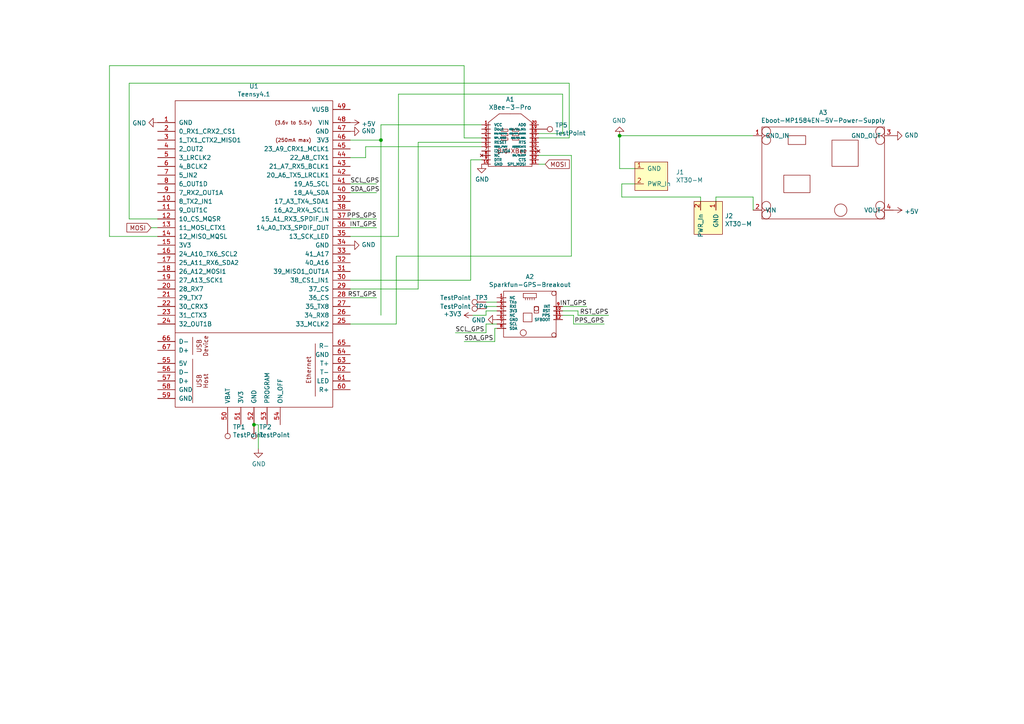
<source format=kicad_sch>
(kicad_sch (version 20211123) (generator eeschema)
  (paper "A4")
  (lib_symbols
    (symbol "Connector:TestPoint" (pin_numbers hide) (pin_names (offset 0.762) hide)
      (property "Reference" "TP" (at 0 6.858 0))
      (property "Value" "TestPoint" (at 0 5.08 0))
      (symbol "TestPoint_0_1"
        (circle (center 0 3.302) (radius 0.762))
      )
      (symbol "TestPoint_1_1"
        (pin passive line (at 0 0 90) (length 2.54) (name "1") (number "1"))
      )
    )
    (symbol "GPS_Board-rescue:Teensy4.1-teensy" (pin_names (offset 1.016))
      (property "Reference" "U" (at 0 64.77 0))
      (property "Value" "Teensy4.1-teensy" (at 0 62.23 0))
      (symbol "Teensy4.1-teensy_0_0"
        (polyline (pts (xy -22.86 -6.35) (xy 22.86 -6.35)))
        (polyline (pts (xy -17.78 -26.67) (xy -17.78 -13.97)))
        (polyline (pts (xy -17.78 -7.62) (xy -17.78 -12.7)))
        (polyline (pts (xy 17.78 -9.525) (xy 17.78 -24.765)))
        (text "(250mA max)" (at 11.43 49.53 0) (effects (font (size 1.016 1.016))))
        (text "(3.6v to 5.5v)" (at 11.43 54.61 0) (effects (font (size 1.016 1.016))))
        (text "Device" (at -13.97 -10.16 900) (effects (font (size 1.27 1.27))))
        (text "Ethernet" (at 15.875 -17.145 900) (effects (font (size 1.27 1.27))))
        (text "Host" (at -13.97 -20.32 900) (effects (font (size 1.27 1.27))))
        (text "USB" (at -15.875 -20.32 900) (effects (font (size 1.27 1.27))))
        (text "USB" (at -15.875 -10.16 900) (effects (font (size 1.27 1.27))))
        (pin bidirectional line (at -27.94 31.75 0) (length 5.08) (name "8_TX2_IN1") (number "10"))
        (pin bidirectional line (at -27.94 29.21 0) (length 5.08) (name "9_OUT1C") (number "11"))
        (pin bidirectional line (at -27.94 26.67 0) (length 5.08) (name "10_CS_MQSR") (number "12"))
        (pin bidirectional line (at -27.94 24.13 0) (length 5.08) (name "11_MOSI_CTX1") (number "13"))
        (pin bidirectional line (at -27.94 21.59 0) (length 5.08) (name "12_MISO_MQSL") (number "14"))
        (pin power_in line (at -27.94 19.05 0) (length 5.08) (name "3V3") (number "15"))
        (pin bidirectional line (at -27.94 16.51 0) (length 5.08) (name "24_A10_TX6_SCL2") (number "16"))
        (pin bidirectional line (at -27.94 13.97 0) (length 5.08) (name "25_A11_RX6_SDA2") (number "17"))
        (pin bidirectional line (at -27.94 11.43 0) (length 5.08) (name "26_A12_MOSI1") (number "18"))
        (pin bidirectional line (at -27.94 8.89 0) (length 5.08) (name "27_A13_SCK1") (number "19"))
        (pin bidirectional line (at -27.94 6.35 0) (length 5.08) (name "28_RX7") (number "20"))
        (pin bidirectional line (at -27.94 3.81 0) (length 5.08) (name "29_TX7") (number "21"))
        (pin bidirectional line (at -27.94 1.27 0) (length 5.08) (name "30_CRX3") (number "22"))
        (pin bidirectional line (at -27.94 -1.27 0) (length 5.08) (name "31_CTX3") (number "23"))
        (pin bidirectional line (at -27.94 -3.81 0) (length 5.08) (name "32_OUT1B") (number "24"))
        (pin bidirectional line (at 27.94 -3.81 180) (length 5.08) (name "33_MCLK2") (number "25"))
        (pin bidirectional line (at 27.94 -1.27 180) (length 5.08) (name "34_RX8") (number "26"))
        (pin bidirectional line (at 27.94 1.27 180) (length 5.08) (name "35_TX8") (number "27"))
        (pin bidirectional line (at 27.94 3.81 180) (length 5.08) (name "36_CS") (number "28"))
        (pin bidirectional line (at 27.94 6.35 180) (length 5.08) (name "37_CS") (number "29"))
        (pin bidirectional line (at 27.94 8.89 180) (length 5.08) (name "38_CS1_IN1") (number "30"))
        (pin bidirectional line (at 27.94 11.43 180) (length 5.08) (name "39_MISO1_OUT1A") (number "31"))
        (pin bidirectional line (at 27.94 13.97 180) (length 5.08) (name "40_A16") (number "32"))
        (pin bidirectional line (at 27.94 16.51 180) (length 5.08) (name "41_A17") (number "33"))
        (pin bidirectional line (at 27.94 21.59 180) (length 5.08) (name "13_SCK_LED") (number "35"))
        (pin bidirectional line (at 27.94 24.13 180) (length 5.08) (name "14_A0_TX3_SPDIF_OUT") (number "36"))
        (pin bidirectional line (at 27.94 26.67 180) (length 5.08) (name "15_A1_RX3_SPDIF_IN") (number "37"))
        (pin bidirectional line (at 27.94 29.21 180) (length 5.08) (name "16_A2_RX4_SCL1") (number "38"))
        (pin bidirectional line (at 27.94 31.75 180) (length 5.08) (name "17_A3_TX4_SDA1") (number "39"))
        (pin bidirectional line (at 27.94 34.29 180) (length 5.08) (name "18_A4_SDA") (number "40"))
        (pin bidirectional line (at 27.94 36.83 180) (length 5.08) (name "19_A5_SCL") (number "41"))
        (pin bidirectional line (at 27.94 39.37 180) (length 5.08) (name "20_A6_TX5_LRCLK1") (number "42"))
        (pin bidirectional line (at 27.94 41.91 180) (length 5.08) (name "21_A7_RX5_BCLK1") (number "43"))
        (pin bidirectional line (at 27.94 44.45 180) (length 5.08) (name "22_A8_CTX1") (number "44"))
        (pin bidirectional line (at 27.94 46.99 180) (length 5.08) (name "23_A9_CRX1_MCLK1") (number "45"))
        (pin output line (at 27.94 49.53 180) (length 5.08) (name "3V3") (number "46"))
        (pin output line (at 27.94 52.07 180) (length 5.08) (name "GND") (number "47"))
        (pin power_in line (at 27.94 54.61 180) (length 5.08) (name "VIN") (number "48"))
        (pin power_out line (at 27.94 58.42 180) (length 5.08) (name "VUSB") (number "49"))
        (pin bidirectional line (at -27.94 44.45 0) (length 5.08) (name "3_LRCLK2") (number "5"))
        (pin power_in line (at -7.62 -33.02 90) (length 5.08) (name "VBAT") (number "50"))
        (pin power_in line (at -3.81 -33.02 90) (length 5.08) (name "3V3") (number "51"))
        (pin input line (at 0 -33.02 90) (length 5.08) (name "GND") (number "52"))
        (pin input line (at 3.81 -33.02 90) (length 5.08) (name "PROGRAM") (number "53"))
        (pin input line (at 7.62 -33.02 90) (length 5.08) (name "ON_OFF") (number "54"))
        (pin power_out line (at -27.94 -15.24 0) (length 5.08) (name "5V") (number "55"))
        (pin bidirectional line (at -27.94 -17.78 0) (length 5.08) (name "D-") (number "56"))
        (pin bidirectional line (at -27.94 -20.32 0) (length 5.08) (name "D+") (number "57"))
        (pin power_in line (at -27.94 -22.86 0) (length 5.08) (name "GND") (number "58"))
        (pin power_in line (at -27.94 -25.4 0) (length 5.08) (name "GND") (number "59"))
        (pin bidirectional line (at -27.94 41.91 0) (length 5.08) (name "4_BCLK2") (number "6"))
        (pin bidirectional line (at 27.94 -22.86 180) (length 5.08) (name "R+") (number "60"))
        (pin bidirectional line (at 27.94 -20.32 180) (length 5.08) (name "LED") (number "61"))
        (pin bidirectional line (at 27.94 -17.78 180) (length 5.08) (name "T-") (number "62"))
        (pin bidirectional line (at 27.94 -15.24 180) (length 5.08) (name "T+") (number "63"))
        (pin power_in line (at 27.94 -12.7 180) (length 5.08) (name "GND") (number "64"))
        (pin bidirectional line (at 27.94 -10.16 180) (length 5.08) (name "R-") (number "65"))
        (pin bidirectional line (at -27.94 -8.89 0) (length 5.08) (name "D-") (number "66"))
        (pin bidirectional line (at -27.94 -11.43 0) (length 5.08) (name "D+") (number "67"))
        (pin bidirectional line (at -27.94 39.37 0) (length 5.08) (name "5_IN2") (number "7"))
        (pin bidirectional line (at -27.94 36.83 0) (length 5.08) (name "6_OUT1D") (number "8"))
        (pin bidirectional line (at -27.94 34.29 0) (length 5.08) (name "7_RX2_OUT1A") (number "9"))
      )
      (symbol "Teensy4.1-teensy_0_1"
        (rectangle (start -22.86 60.96) (end 22.86 -27.94))
        (rectangle (start -20.32 -1.27) (end -20.32 -1.27))
      )
      (symbol "Teensy4.1-teensy_1_1"
        (pin power_in line (at -27.94 54.61 0) (length 5.08) (name "GND") (number "1"))
        (pin bidirectional line (at -27.94 52.07 0) (length 5.08) (name "0_RX1_CRX2_CS1") (number "2"))
        (pin bidirectional line (at -27.94 49.53 0) (length 5.08) (name "1_TX1_CTX2_MISO1") (number "3"))
        (pin power_in line (at 27.94 19.05 180) (length 5.08) (name "GND") (number "34"))
        (pin bidirectional line (at -27.94 46.99 0) (length 5.08) (name "2_OUT2") (number "4"))
      )
    )
    (symbol "GPS_Board:Sparkfun-GPS-Breakout" (pin_names (offset 1.016))
      (property "Reference" "A" (at 0 0 0))
      (property "Value" "Sparkfun-GPS-Breakout" (at 0 16.51 0))
      (symbol "Sparkfun-GPS-Breakout_0_1"
        (rectangle (start -6.35 14.605) (end 8.89 1.27))
        (circle (center -5.715 3.81) (radius 0.0001))
        (circle (center -5.715 5.08) (radius 0.0001))
        (circle (center -5.715 6.35) (radius 0.0001))
        (circle (center -5.715 7.62) (radius 0.0001))
        (circle (center -5.715 8.89) (radius 0.0001))
        (circle (center -5.715 10.16) (radius 0.0001))
        (circle (center -5.715 11.43) (radius 0.0001))
        (circle (center -5.715 12.7) (radius 0.0001))
        (circle (center -0.635 2.54) (radius 0.889))
        (rectangle (start -0.635 5.715) (end 1.905 8.255))
        (rectangle (start -0.635 13.97) (end 3.175 12.7))
        (polyline (pts (xy 0 12.7) (xy 0 12.065)))
        (polyline (pts (xy 0.635 12.7) (xy 0.635 12.065)))
        (polyline (pts (xy 1.27 12.7) (xy 1.27 12.065)))
        (polyline (pts (xy 1.905 12.7) (xy 1.905 12.065)))
        (polyline (pts (xy 2.54 12.065) (xy 2.54 12.7)))
        (rectangle (start 2.54 10.16) (end 3.81 8.255))
        (circle (center 3.175 9.525) (radius 0.635))
        (circle (center 8.255 1.905) (radius 0.635))
        (circle (center 8.255 6.35) (radius 0.0001))
        (circle (center 8.255 7.62) (radius 0.0001))
        (circle (center 8.255 8.89) (radius 0.0001))
        (circle (center 8.255 10.16) (radius 0.0001))
        (circle (center 8.255 13.97) (radius 0.635))
      )
      (symbol "Sparkfun-GPS-Breakout_1_1"
        (pin passive line (at -8.255 12.7 0) (length 2.54) (name "NC") (number "1"))
        (pin input line (at 10.795 8.89 180) (length 2.54) (name "RST") (number "10"))
        (pin input line (at 10.795 7.62 180) (length 2.54) (name "PPS") (number "11"))
        (pin input line (at 10.795 6.35 180) (length 2.54) (name "SFBOOT") (number "12"))
        (pin output line (at -8.255 11.43 0) (length 2.54) (name "TXo") (number "2"))
        (pin input line (at -8.255 10.16 0) (length 2.54) (name "RXi") (number "3"))
        (pin power_in line (at -8.255 8.89 0) (length 2.54) (name "3V3") (number "4"))
        (pin passive line (at -8.255 7.62 0) (length 2.54) (name "NC") (number "5"))
        (pin passive line (at -8.255 6.35 0) (length 2.54) (name "GND") (number "6"))
        (pin bidirectional line (at -8.255 5.08 0) (length 2.54) (name "SCL") (number "7"))
        (pin bidirectional line (at -8.255 3.81 0) (length 2.54) (name "SDA") (number "8"))
        (pin input line (at 10.795 10.16 180) (length 2.54) (name "INT") (number "9"))
      )
    )
    (symbol "GPS_Board:XBee-3-Pro" (pin_names (offset 1.016))
      (property "Reference" "A" (at 0 17.145 0))
      (property "Value" "XBee-3-Pro" (at 0 20.32 0))
      (symbol "XBee-3-Pro_0_0"
        (rectangle (start -0.635 8.255) (end -2.54 7.62))
        (rectangle (start -0.635 9.525) (end -2.54 8.89))
        (rectangle (start -0.635 10.795) (end -2.54 10.16))
        (polyline (pts (xy -6.35 1.905) (xy -6.35 0) (xy 6.35 0) (xy 6.35 12.7)))
        (rectangle (start 0.635 8.255) (end 2.54 7.62))
        (rectangle (start 0.635 9.525) (end 2.54 8.89))
        (rectangle (start 0.635 10.795) (end 2.54 10.16))
        (text "DIGI" (at -1.905 4.445 0) (effects (font (size 1.27 1.27) italic)))
        (text "XBee" (at 2.54 4.445 0) (effects (font (size 1.27 1.27))))
      )
      (symbol "XBee-3-Pro_0_1"
        (polyline (pts (xy -6.35 1.905) (xy -6.35 12.7)))
        (polyline (pts (xy -3.175 15.24) (xy -6.35 12.7)))
        (polyline (pts (xy 0 15.24) (xy -3.175 15.24)))
        (polyline (pts (xy 0 15.24) (xy 3.175 15.24)))
        (polyline (pts (xy 3.175 15.24) (xy 6.35 12.7)))
      )
      (symbol "XBee-3-Pro_1_1"
        (pin power_in line (at -8.255 12.065 0) (length 2.54) (name "VCC") (number "1"))
        (pin passive line (at -8.255 0.635 0) (length 2.54) (name "GND") (number "10"))
        (pin bidirectional line (at 8.255 0.635 180) (length 2.54) (name "SPI_MOSI") (number "11"))
        (pin output line (at 8.255 1.905 180) (length 2.54) (name "CTS") (number "12"))
        (pin output line (at 8.255 3.175 180) (length 2.54) (name "ON/SLEEP") (number "13"))
        (pin no_connect line (at 8.255 4.445 180) (length 2.54) (name "NC") (number "14"))
        (pin bidirectional line (at 8.255 5.715 180) (length 2.54) (name "ASSOCIATE") (number "15"))
        (pin input line (at 8.255 6.985 180) (length 2.54) (name "RTS") (number "16"))
        (pin bidirectional line (at 8.255 8.255 180) (length 2.54) (name "AD3/SPI_SSEL") (number "17"))
        (pin bidirectional line (at 8.255 9.525 180) (length 2.54) (name "AD2/SPI_CLOCK") (number "18"))
        (pin bidirectional line (at 8.255 10.795 180) (length 2.54) (name "AD1/i2c_SCL") (number "19"))
        (pin output line (at -8.255 10.795 0) (length 2.54) (name "Dout") (number "2"))
        (pin input line (at 8.255 12.065 180) (length 2.54) (name "AD0") (number "20"))
        (pin input line (at -8.255 9.525 0) (length 2.54) (name "DIN/CONFIG") (number "3"))
        (pin bidirectional line (at -8.255 8.255 0) (length 2.54) (name "SPI_MISO") (number "4"))
        (pin input line (at -8.255 6.985 0) (length 2.54) (name "RESET") (number "5"))
        (pin input line (at -8.255 5.715 0) (length 2.54) (name "RSSI_PWM") (number "6"))
        (pin bidirectional line (at -8.255 4.445 0) (length 2.54) (name "i2c_SDA") (number "7"))
        (pin no_connect line (at -8.255 3.175 0) (length 2.54) (name "NC") (number "8"))
        (pin input line (at -8.255 1.905 0) (length 2.54) (name "DTR") (number "9"))
      )
    )
    (symbol "GPS_Board:XT30-M" (pin_names (offset 1.016))
      (property "Reference" "J" (at 0 13.335 0))
      (property "Value" "XT30-M" (at 0 10.795 0))
      (symbol "XT30-M_0_1"
        (rectangle (start -3.81 9.525) (end 4.445 0) (fill (type background)))
      )
      (symbol "XT30-M_1_1"
        (pin bidirectional line (at -1.905 0 90) (length 2.54) (name "GND") (number "1"))
        (pin bidirectional line (at 2.54 0 90) (length 2.54) (name "PWR_In") (number "2"))
      )
    )
    (symbol "eboot-mp1584en-5v-power-supply:Eboot-MP1584EN-5V-Power-Supply" (pin_names (offset 1.016))
      (property "Reference" "A" (at 0 13.97 0))
      (property "Value" "Eboot-MP1584EN-5V-Power-Supply" (at 0 -15.24 0))
      (symbol "Eboot-MP1584EN-5V-Power-Supply_0_1"
        (rectangle (start -17.78 -13.97) (end 17.78 12.7))
        (circle (center -16.51 -12.7) (radius 1.27))
        (circle (center -16.51 -10.16) (radius 1.27))
        (circle (center -16.51 8.89) (radius 1.27))
        (circle (center -16.51 11.43) (radius 1.27))
        (rectangle (start -11.43 -1.27) (end -3.81 -6.35))
        (rectangle (start -10.16 10.16) (end -5.08 7.62))
        (circle (center 5.08 -11.43) (radius 1.8034))
        (rectangle (start 10.16 8.89) (end 2.54 1.27))
        (circle (center 16.51 -12.7) (radius 1.27))
        (circle (center 16.51 -10.16) (radius 1.27))
        (circle (center 16.51 8.89) (radius 1.27))
        (circle (center 16.51 11.43) (radius 1.27))
      )
      (symbol "Eboot-MP1584EN-5V-Power-Supply_1_1"
        (pin power_in line (at -20.32 10.16 0) (length 2.54) (name "GND_IN") (number "1"))
        (pin power_in line (at -20.32 -11.43 0) (length 2.54) (name "VIN") (number "2"))
        (pin power_out line (at 20.32 10.16 180) (length 2.54) (name "GND_OUT") (number "3"))
        (pin power_out line (at 20.32 -11.43 180) (length 2.54) (name "VOUT") (number "4"))
      )
    )
    (symbol "power:+3.3V" (power) (pin_names (offset 0))
      (property "Value" "+3.3V" (at 0 3.556 0))
      (symbol "+3.3V_0_1"
        (polyline (pts (xy -0.762 1.27) (xy 0 2.54)))
        (polyline (pts (xy 0 0) (xy 0 2.54)))
        (polyline (pts (xy 0 2.54) (xy 0.762 1.27)))
      )
      (symbol "+3.3V_1_1"
        (pin power_in line (at 0 0 90) (length 0) hide (name "+3V3") (number "1"))
      )
    )
    (symbol "power:+5V" (power) (pin_names (offset 0))
      (property "Value" "+5V" (at 0 3.556 0))
      (symbol "+5V_0_1"
        (polyline (pts (xy -0.762 1.27) (xy 0 2.54)))
        (polyline (pts (xy 0 0) (xy 0 2.54)))
        (polyline (pts (xy 0 2.54) (xy 0.762 1.27)))
      )
      (symbol "+5V_1_1"
        (pin power_in line (at 0 0 90) (length 0) hide (name "+5V") (number "1"))
      )
    )
    (symbol "power:GND" (power) (pin_names (offset 0))
      (property "Value" "GND" (at 0 -3.81 0))
      (symbol "GND_0_1"
        (polyline (pts (xy 0 0) (xy 0 -1.27) (xy 1.27 -1.27) (xy 0 -2.54) (xy -1.27 -1.27) (xy 0 -1.27)))
      )
      (symbol "GND_1_1"
        (pin power_in line (at 0 0 270) (length 0) hide (name "GND") (number "1"))
      )
    )
  )
  (junction (at 179.705 39.37))
  (junction (at 110.49 40.64))
  (junction (at 73.66 123.19))
  (wire (pts (xy 218.44 39.37) (xy 179.705 39.37)))
  (wire (pts (xy 165.1 40.005) (xy 156.21 40.005)))
  (wire (pts (xy 140.97 90.17) (xy 144.145 90.17)))
  (wire (pts (xy 37.465 63.5) (xy 37.465 24.13)))
  (wire (pts (xy 101.6 86.36) (xy 109.22 86.36)))
  (wire (pts (xy 167.64 91.44) (xy 176.53 91.44)))
  (wire (pts (xy 167.64 90.17) (xy 167.64 91.44)))
  (wire (pts (xy 136.525 81.28) (xy 101.6 81.28)))
  (wire (pts (xy 106.045 42.545) (xy 106.045 45.72)))
  (wire (pts (xy 136.525 46.355) (xy 136.525 81.28)))
  (wire (pts (xy 163.195 38.735) (xy 163.195 27.305)))
  (wire (pts (xy 114.935 93.98) (xy 101.6 93.98)))
  (wire (pts (xy 110.49 36.195) (xy 110.49 40.64)))
  (wire (pts (xy 144.145 93.98) (xy 140.97 93.98)))
  (wire (pts (xy 184.15 53.34) (xy 180.34 53.34)))
  (wire (pts (xy 37.465 24.13) (xy 165.1 24.13)))
  (wire (pts (xy 207.645 57.15) (xy 218.44 57.15)))
  (wire (pts (xy 166.37 93.98) (xy 175.26 93.98)))
  (wire (pts (xy 166.37 91.44) (xy 163.195 91.44)))
  (wire (pts (xy 106.045 45.72) (xy 101.6 45.72)))
  (wire (pts (xy 140.97 89.535) (xy 140.97 88.9)))
  (wire (pts (xy 140.97 90.17) (xy 140.97 91.44)))
  (wire (pts (xy 115.57 27.305) (xy 115.57 68.58)))
  (wire (pts (xy 110.49 91.44) (xy 110.49 40.64)))
  (wire (pts (xy 134.62 40.005) (xy 134.62 19.05)))
  (wire (pts (xy 140.97 96.52) (xy 132.08 96.52)))
  (wire (pts (xy 74.93 123.19) (xy 74.93 130.175)))
  (wire (pts (xy 156.21 47.625) (xy 158.115 47.625)))
  (wire (pts (xy 179.705 48.895) (xy 184.15 48.895)))
  (wire (pts (xy 31.75 19.05) (xy 31.75 68.58)))
  (wire (pts (xy 179.705 39.37) (xy 179.705 48.895)))
  (wire (pts (xy 180.34 53.34) (xy 180.34 57.15)))
  (wire (pts (xy 134.62 19.05) (xy 31.75 19.05)))
  (wire (pts (xy 166.37 91.44) (xy 166.37 93.98)))
  (wire (pts (xy 163.195 88.9) (xy 170.18 88.9)))
  (wire (pts (xy 163.195 90.17) (xy 167.64 90.17)))
  (wire (pts (xy 139.7 42.545) (xy 106.045 42.545)))
  (wire (pts (xy 165.735 45.085) (xy 165.735 74.295)))
  (wire (pts (xy 101.6 63.5) (xy 109.22 63.5)))
  (wire (pts (xy 156.21 45.085) (xy 165.735 45.085)))
  (wire (pts (xy 101.6 53.34) (xy 109.22 53.34)))
  (wire (pts (xy 101.6 55.88) (xy 109.22 55.88)))
  (wire (pts (xy 121.285 83.82) (xy 101.6 83.82)))
  (wire (pts (xy 143.51 95.25) (xy 144.145 95.25)))
  (wire (pts (xy 101.6 66.04) (xy 109.22 66.04)))
  (wire (pts (xy 139.7 36.195) (xy 110.49 36.195)))
  (wire (pts (xy 140.97 87.63) (xy 144.145 87.63)))
  (wire (pts (xy 114.935 74.295) (xy 165.735 74.295)))
  (wire (pts (xy 139.7 46.355) (xy 136.525 46.355)))
  (wire (pts (xy 163.195 27.305) (xy 115.57 27.305)))
  (wire (pts (xy 114.935 74.295) (xy 114.935 93.98)))
  (wire (pts (xy 207.645 58.42) (xy 207.645 57.15)))
  (wire (pts (xy 156.21 38.735) (xy 163.195 38.735)))
  (wire (pts (xy 110.49 40.64) (xy 101.6 40.64)))
  (wire (pts (xy 115.57 68.58) (xy 101.6 68.58)))
  (wire (pts (xy 31.75 68.58) (xy 45.72 68.58)))
  (wire (pts (xy 143.51 95.25) (xy 143.51 99.06)))
  (wire (pts (xy 140.97 93.98) (xy 140.97 96.52)))
  (wire (pts (xy 45.72 66.04) (xy 43.815 66.04)))
  (wire (pts (xy 218.44 57.15) (xy 218.44 60.96)))
  (wire (pts (xy 140.97 91.44) (xy 137.16 91.44)))
  (wire (pts (xy 134.62 99.06) (xy 143.51 99.06)))
  (wire (pts (xy 165.1 24.13) (xy 165.1 40.005)))
  (wire (pts (xy 180.34 57.15) (xy 203.2 57.15)))
  (wire (pts (xy 203.2 57.15) (xy 203.2 58.42)))
  (wire (pts (xy 140.97 88.9) (xy 144.145 88.9)))
  (wire (pts (xy 73.66 123.19) (xy 74.93 123.19)))
  (wire (pts (xy 139.7 40.005) (xy 134.62 40.005)))
  (wire (pts (xy 139.7 41.275) (xy 121.285 41.275)))
  (wire (pts (xy 121.285 41.275) (xy 121.285 83.82)))
  (wire (pts (xy 45.72 63.5) (xy 37.465 63.5)))
  (label "PPS_GPS" (at 109.22 63.5 180))
  (label "PPS_GPS" (at 175.26 93.98 180))
  (label "SDA_GPS" (at 101.6 55.88 0))
  (label "INT_GPS" (at 170.18 88.9 180))
  (label "SDA_GPS" (at 134.62 99.06 0))
  (label "SCL_GPS" (at 101.6 53.34 0))
  (label "SCL_GPS" (at 132.08 96.52 0))
  (label "INT_GPS" (at 109.22 66.04 180))
  (label "RST_GPS" (at 109.22 86.36 180))
  (label "RST_GPS" (at 176.53 91.44 180))
  (global_label "MOSI" (shape input) (at 43.815 66.04 180) (property "Intersheet References" "${INTERSHEET_REFS}" (effects hide)))
  (global_label "MOSI" (shape input) (at 158.115 47.625 0) (property "Intersheet References" "${INTERSHEET_REFS}" (effects hide)))
  (symbol (lib_id "GPS_Board-rescue:Teensy4.1-teensy") (at 73.66 90.17 0) (unit 1)
    (property "Reference" "U1" (at 73.66 25.019 0))
    (property "Value" "Teensy4.1" (at 73.66 27.3304 0))
    (property "Footprint" "GPS Board:Teensy41" (effects hide))
  )
  (symbol (lib_id "eboot-mp1584en-5v-power-supply:Eboot-MP1584EN-5V-Power-Supply") (at 238.76 49.53 0) (unit 1)
    (property "Reference" "A3" (at 238.76 32.639 0))
    (property "Value" "Eboot-MP1584EN-5V-Power-Supply" (at 238.76 34.9504 0))
    (property "Footprint" "GPS Board:EBOOT-MP1584EN-5N-POWER-SUPPLY" (effects hide))
  )
  (symbol (lib_id "GPS_Board:XT30-M") (at 184.15 50.8 270) (unit 1)
    (property "Reference" "J1" (at 196.0372 49.9364 90) (effects (justify left)))
    (property "Value" "XT30-M" (at 196.0372 52.2478 90) (effects (justify left)))
    (property "Footprint" "Connector_AMASS:AMASS_XT30U-M_1x02_P5.0mm_Vertical" (effects hide))
  )
  (symbol (lib_id "GPS_Board:XT30-M") (at 205.74 58.42 180) (unit 1)
    (property "Reference" "J2" (at 210.2358 62.6364 0) (effects (justify right)))
    (property "Value" "XT30-M" (at 210.2358 64.9478 0) (effects (justify right)))
    (property "Footprint" "Connector_AMASS:AMASS_XT30U-M_1x02_P5.0mm_Vertical" (effects hide))
  )
  (symbol (lib_id "GPS_Board:Sparkfun-GPS-Breakout") (at 152.4 99.06 0) (unit 1)
    (property "Reference" "A2" (at 153.67 80.264 0))
    (property "Value" "Sparkfun-GPS-Breakout" (at 153.67 82.5754 0))
    (property "Footprint" "GPS Board:Sparkfun-GPS-ZOE-M8Q-Breakout" (effects hide))
  )
  (symbol (lib_id "Connector:TestPoint") (at 156.21 37.465 270) (unit 1)
    (property "Reference" "TP5" (at 160.9852 36.2966 90) (effects (justify left)))
    (property "Value" "TestPoint" (at 160.9852 38.608 90) (effects (justify left)))
    (property "Footprint" "TestPoint:TestPoint_Pad_D1.0mm" (effects hide))
  )
  (symbol (lib_id "GPS_Board:XBee-3-Pro") (at 147.955 48.26 0) (unit 1)
    (property "Reference" "A1" (at 147.955 28.829 0))
    (property "Value" "XBee-3-Pro" (at 147.955 31.1404 0))
    (property "Footprint" "GPS Board:XBEE-20_THT" (effects hide))
  )
  (symbol (lib_id "Connector:TestPoint") (at 140.97 87.63 90) (unit 1)
    (property "Reference" "TP3" (at 139.7 86.36 90))
    (property "Value" "TestPoint" (at 132.08 86.36 90))
    (property "Footprint" "TestPoint:TestPoint_Pad_D1.5mm" (effects hide))
  )
  (symbol (lib_id "Connector:TestPoint") (at 140.97 89.535 90) (unit 1)
    (property "Reference" "TP4" (at 139.7 88.9 90))
    (property "Value" "TestPoint" (at 132.08 88.9 90))
    (property "Footprint" "TestPoint:TestPoint_Pad_D1.5mm" (effects hide))
  )
  (symbol (lib_id "power:GND") (at 144.145 92.71 270) (unit 1)
    (property "Reference" "#PWR0101" (effects hide))
    (property "Value" "GND" (at 140.8938 92.837 90) (effects (justify right)))
  )
  (symbol (lib_id "power:GND") (at 45.72 35.56 270) (unit 1)
    (property "Reference" "#PWR0102" (effects hide))
    (property "Value" "GND" (at 42.4688 35.687 90) (effects (justify right)))
  )
  (symbol (lib_id "power:GND") (at 101.6 38.1 90) (unit 1)
    (property "Reference" "#PWR0103" (effects hide))
    (property "Value" "GND" (at 104.8512 37.973 90) (effects (justify right)))
  )
  (symbol (lib_id "power:GND") (at 259.08 39.37 90) (unit 1)
    (property "Reference" "#PWR0104" (effects hide))
    (property "Value" "GND" (at 262.3312 39.243 90) (effects (justify right)))
  )
  (symbol (lib_id "power:GND") (at 101.6 71.12 90) (unit 1)
    (property "Reference" "#PWR0105" (effects hide))
    (property "Value" "GND" (at 104.8512 70.993 90) (effects (justify right)))
  )
  (symbol (lib_id "power:GND") (at 139.7 47.625 0) (unit 1)
    (property "Reference" "#PWR0106" (effects hide))
    (property "Value" "GND" (at 139.827 52.0192 0))
  )
  (symbol (lib_id "Connector:TestPoint") (at 73.66 123.19 180) (unit 1)
    (property "Reference" "TP2" (at 75.1332 123.8504 0) (effects (justify right)))
    (property "Value" "TestPoint" (at 75.1332 126.1618 0) (effects (justify right)))
    (property "Footprint" "TestPoint:TestPoint_Pad_D1.5mm" (effects hide))
  )
  (symbol (lib_id "Connector:TestPoint") (at 66.04 123.19 180) (unit 1)
    (property "Reference" "TP1" (at 67.5132 123.8504 0) (effects (justify right)))
    (property "Value" "TestPoint" (at 67.5132 126.1618 0) (effects (justify right)))
    (property "Footprint" "TestPoint:TestPoint_Pad_D1.5mm" (effects hide))
  )
  (symbol (lib_id "power:+5V") (at 101.6 35.56 270) (unit 1)
    (property "Reference" "#PWR0107" (effects hide))
    (property "Value" "+5V" (at 104.8512 35.941 90) (effects (justify left)))
  )
  (symbol (lib_id "power:+5V") (at 259.08 60.96 270) (unit 1)
    (property "Reference" "#PWR0108" (effects hide))
    (property "Value" "+5V" (at 262.3312 61.341 90) (effects (justify left)))
  )
  (symbol (lib_id "power:GND") (at 74.93 130.175 0) (unit 1)
    (property "Reference" "#PWR0109" (effects hide))
    (property "Value" "GND" (at 75.057 134.5692 0))
  )
  (symbol (lib_id "power:GND") (at 179.705 39.37 180) (unit 1)
    (property "Reference" "#PWR?" (effects hide))
    (property "Value" "GND" (at 179.578 34.9758 0))
  )
  (symbol (lib_id "power:+3.3V") (at 137.16 91.44 90) (unit 1)
    (property "Reference" "#PWR?" (effects hide))
    (property "Value" "+3.3V" (at 133.9088 91.059 90) (effects (justify left)))
  )
)
</source>
